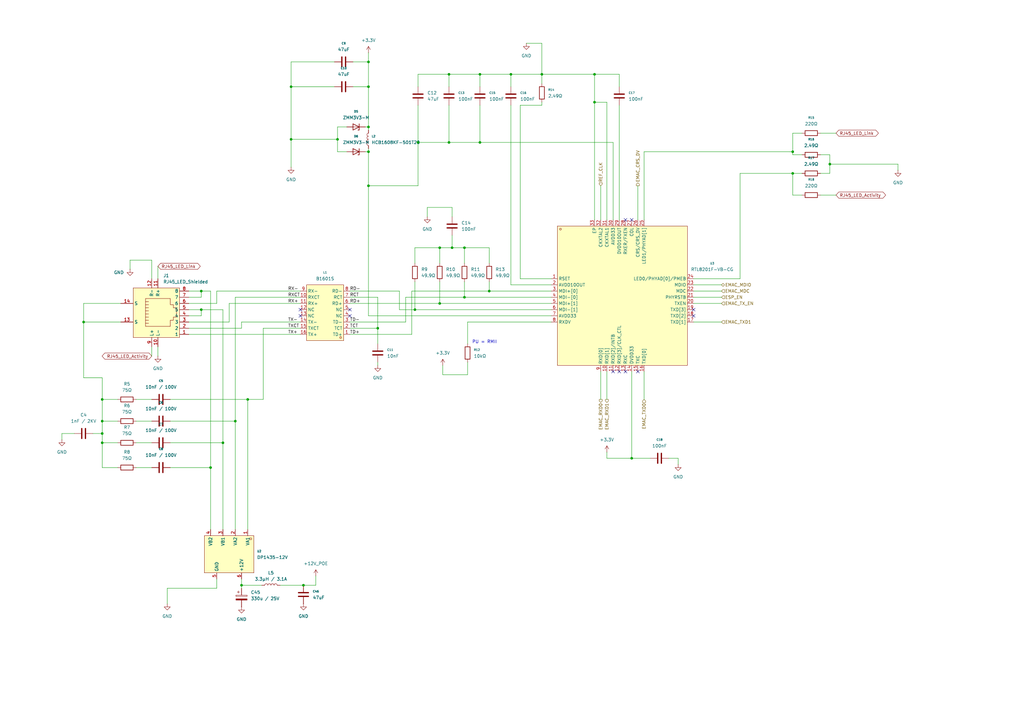
<source format=kicad_sch>
(kicad_sch (version 20231120) (generator "eeschema") (generator_version "8.0")
  (paper "A3")
  (lib_symbols
    (symbol "Device:C" (pin_numbers hide) (pin_names (offset 0.254))
      (property "Reference" "C" (at 0.635 2.54 0))
      (property "Value" "C" (at 0.635 -2.54 0))
      (symbol "C_0_1"
        (polyline (pts (xy -2.032 -0.762) (xy 2.032 -0.762)) (stroke (width 0.508)))
        (polyline (pts (xy -2.032 0.762) (xy 2.032 0.762)) (stroke (width 0.508)))
      )
      (symbol "C_1_1"
        (pin passive line (at 0 3.81 270) (length 2.794) (name "~") (number "1"))
        (pin passive line (at 0 -3.81 90) (length 2.794) (name "~") (number "2"))
      )
    )
    (symbol "Device:C_Polarized" (pin_numbers hide) (pin_names (offset 0.254))
      (property "Reference" "C" (at 0.635 2.54 0))
      (property "Value" "C_Polarized" (at 0.635 -2.54 0))
      (symbol "C_Polarized_0_1"
        (rectangle (start -2.286 0.508) (end 2.286 1.016))
        (polyline (pts (xy -1.778 2.286) (xy -0.762 2.286)))
        (polyline (pts (xy -1.27 2.794) (xy -1.27 1.778)))
        (rectangle (start 2.286 -0.508) (end -2.286 -1.016) (fill (type outline)))
      )
      (symbol "C_Polarized_1_1"
        (pin passive line (at 0 3.81 270) (length 2.794) (name "~") (number "1"))
        (pin passive line (at 0 -3.81 90) (length 2.794) (name "~") (number "2"))
      )
    )
    (symbol "Device:D_Zener" (pin_numbers hide) (pin_names (offset 1.016) hide)
      (property "Reference" "D" (at 0 2.54 0))
      (property "Value" "D_Zener" (at 0 -2.54 0))
      (symbol "D_Zener_0_1"
        (polyline (pts (xy 1.27 0) (xy -1.27 0)))
        (polyline (pts (xy -1.27 -1.27) (xy -1.27 1.27) (xy -0.762 1.27)) (stroke (width 0.254)))
        (polyline (pts (xy 1.27 -1.27) (xy 1.27 1.27) (xy -1.27 0) (xy 1.27 -1.27)) (stroke (width 0.254)))
      )
      (symbol "D_Zener_1_1"
        (pin passive line (at -3.81 0 0) (length 2.54) (name "K") (number "1"))
        (pin passive line (at 3.81 0 180) (length 2.54) (name "A") (number "2"))
      )
    )
    (symbol "Device:L" (pin_numbers hide) (pin_names (offset 1.016) hide)
      (property "Reference" "L" (at -1.27 0 90))
      (property "Value" "L" (at 1.905 0 90))
      (symbol "L_0_1"
        (arc (start 0 -2.54) (mid 0.6323 -1.905) (end 0 -1.27))
        (arc (start 0 -1.27) (mid 0.6323 -0.635) (end 0 0))
        (arc (start 0 0) (mid 0.6323 0.635) (end 0 1.27))
        (arc (start 0 1.27) (mid 0.6323 1.905) (end 0 2.54))
      )
      (symbol "L_1_1"
        (pin passive line (at 0 3.81 270) (length 1.27) (name "1") (number "1"))
        (pin passive line (at 0 -3.81 90) (length 1.27) (name "2") (number "2"))
      )
    )
    (symbol "Device:R" (pin_numbers hide) (pin_names (offset 0))
      (property "Reference" "R" (at 2.032 0 90))
      (property "Value" "R" (at 0 0 90))
      (symbol "R_0_1"
        (rectangle (start -1.016 -2.54) (end 1.016 2.54) (stroke (width 0.254)))
      )
      (symbol "R_1_1"
        (pin passive line (at 0 3.81 270) (length 1.27) (name "~") (number "1"))
        (pin passive line (at 0 -3.81 90) (length 1.27) (name "~") (number "2"))
      )
    )
    (symbol "Library:B1601S_C510548"
      (property "Reference" "L" (at 0 13.97 0))
      (property "Value" "B1601S_C510548" (at 0 -13.97 0))
      (symbol "B1601S_C510548_0_1"
        (rectangle (start -7.62 11.43) (end 7.62 -11.43) (fill (type background)))
        (circle (center -6.35 10.16) (radius 0.38))
        (pin unspecified line (at -10.16 8.89 0) (length 2.54) (name "TD+") (number "1"))
        (pin unspecified line (at 10.16 -6.35 180) (length 2.54) (name "RXCT") (number "10"))
        (pin unspecified line (at 10.16 -3.81 180) (length 2.54) (name "RX+") (number "11"))
        (pin unspecified line (at 10.16 -1.27 180) (length 2.54) (name "NC") (number "12"))
        (pin unspecified line (at 10.16 1.27 180) (length 2.54) (name "NC") (number "13"))
        (pin unspecified line (at 10.16 3.81 180) (length 2.54) (name "TX-") (number "14"))
        (pin unspecified line (at 10.16 6.35 180) (length 2.54) (name "TXCT") (number "15"))
        (pin unspecified line (at 10.16 8.89 180) (length 2.54) (name "TX+") (number "16"))
        (pin unspecified line (at -10.16 6.35 0) (length 2.54) (name "TCT") (number "2"))
        (pin unspecified line (at -10.16 3.81 0) (length 2.54) (name "TD-") (number "3"))
        (pin unspecified line (at -10.16 1.27 0) (length 2.54) (name "NC") (number "4"))
        (pin unspecified line (at -10.16 -1.27 0) (length 2.54) (name "NC") (number "5"))
        (pin unspecified line (at -10.16 -3.81 0) (length 2.54) (name "RD+") (number "6"))
        (pin unspecified line (at -10.16 -6.35 0) (length 2.54) (name "RCT") (number "7"))
        (pin unspecified line (at -10.16 -8.89 0) (length 2.54) (name "RD-") (number "8"))
        (pin unspecified line (at 10.16 -8.89 180) (length 2.54) (name "RX-") (number "9"))
      )
    )
    (symbol "Library:DP1435-12V"
      (property "Reference" "U" (at 0 7.62 0))
      (property "Value" "DP1435-12V" (at 0 -17.78 0))
      (symbol "DP1435-12V_0_1"
        (rectangle (start -7.62 5.08) (end 7.62 -15.24) (fill (type background)))
        (circle (center -6.35 3.81) (radius 0.38))
        (pin unspecified line (at -10.16 2.54 0) (length 2.54) (name "VA1") (number "1"))
        (pin unspecified line (at -10.16 -2.54 0) (length 2.54) (name "VA2") (number "2"))
        (pin unspecified line (at -10.16 -7.62 0) (length 2.54) (name "VB1") (number "3"))
        (pin unspecified line (at -10.16 -12.7 0) (length 2.54) (name "VB2") (number "4"))
        (pin unspecified line (at 10.16 -10.16 180) (length 2.54) (name "GND") (number "5"))
        (pin unspecified line (at 10.16 0 180) (length 2.54) (name "+12V") (number "6"))
      )
    )
    (symbol "Library:R-RJ45R08P-C000"
      (property "Reference" "RJ" (at 0 20.32 0))
      (property "Value" "R-RJ45R08P-C000" (at 0 -17.78 0))
      (symbol "R-RJ45R08P-C000_0_1"
        (rectangle (start -11.43 10.16) (end 8.89 -8.89) (fill (type background)))
        (polyline (pts (xy -5.59 3.81) (xy -5.59 5.08) (xy -5.59 5.08)))
        (polyline (pts (xy -4.32 5.08) (xy -4.32 3.81) (xy -4.32 3.81)))
        (polyline (pts (xy -3.05 5.08) (xy -3.05 3.81) (xy -3.05 3.81)))
        (polyline (pts (xy -1.78 5.08) (xy -1.78 3.81) (xy -1.78 3.81)))
        (polyline (pts (xy -0.51 5.08) (xy -0.51 3.81) (xy -0.51 3.81)))
        (polyline (pts (xy 0.76 5.08) (xy 0.76 3.81) (xy 0.76 3.81)))
        (polyline (pts (xy 2.03 3.81) (xy 2.03 5.08) (xy 2.03 5.08)))
        (polyline (pts (xy 3.3 3.81) (xy 3.3 5.08) (xy 3.3 5.08)))
        (polyline (pts (xy -6.86 5.08) (xy 4.57 5.08) (xy 4.57 -5.08) (xy 2.03 -5.08) (xy 2.03 -6.35) (xy 0.76 -6.35) (xy 0.76 -7.62) (xy -3.05 -7.62) (xy -3.05 -6.35) (xy -4.32 -6.35) (xy -4.32 -5.08) (xy -6.86 -5.08) (xy -6.86 5.08) (xy -6.86 5.08)) (fill (type background)))
        (pin unspecified line (at -10.16 -12.7 90) (length 3.81) (name "1") (number "1"))
        (pin unspecified line (at -15.24 0 0) (length 3.81) (name "L-") (number "10"))
        (pin unspecified line (at 12.7 0 180) (length 3.81) (name "R+") (number "11"))
        (pin unspecified line (at 12.7 2.54 180) (length 3.81) (name "R-") (number "12"))
        (pin unspecified line (at -5.08 15.24 270) (length 5.08) (name "S") (number "13"))
        (pin unspecified line (at 2.54 15.24 270) (length 5.08) (name "S") (number "14"))
        (pin unspecified line (at -7.62 -12.7 90) (length 3.81) (name "2") (number "2"))
        (pin unspecified line (at -5.08 -12.7 90) (length 3.81) (name "3") (number "3"))
        (pin unspecified line (at -2.54 -12.7 90) (length 3.81) (name "4") (number "4"))
        (pin unspecified line (at 0 -12.7 90) (length 3.81) (name "5") (number "5"))
        (pin unspecified line (at 2.54 -12.7 90) (length 3.81) (name "6") (number "6"))
        (pin unspecified line (at 5.08 -12.7 90) (length 3.81) (name "7") (number "7"))
        (pin unspecified line (at 7.62 -12.7 90) (length 3.81) (name "8") (number "8"))
        (pin unspecified line (at -15.24 2.54 0) (length 3.81) (name "L+") (number "9"))
      )
    )
    (symbol "Library:RTL8201F-VB-CG"
      (property "Reference" "U" (at 0 36.83 0))
      (property "Value" "RTL8201F-VB-CG" (at 0 -35.56 0))
      (symbol "RTL8201F-VB-CG_0_1"
        (rectangle (start -26.67 29.21) (end 26.67 -27.94) (fill (type background)))
        (circle (center -25.4 27.94) (radius 0.38))
        (pin unspecified line (at -29.21 7.62 0) (length 2.54) (name "RSET") (number "1"))
        (pin unspecified line (at -6.35 -30.48 90) (length 2.54) (name "RXD[1]") (number "10"))
        (pin unspecified line (at -3.81 -30.48 90) (length 2.54) (name "RXD[2]/INTB") (number "11"))
        (pin unspecified line (at -1.27 -30.48 90) (length 2.54) (name "RXD[3]/CLK_CTL") (number "12"))
        (pin unspecified line (at 1.27 -30.48 90) (length 2.54) (name "RXC") (number "13"))
        (pin unspecified line (at 3.81 -30.48 90) (length 2.54) (name "DVDD33") (number "14"))
        (pin unspecified line (at 6.35 -30.48 90) (length 2.54) (name "TXC") (number "15"))
        (pin unspecified line (at 8.89 -30.48 90) (length 2.54) (name "TXD[0]") (number "16"))
        (pin unspecified line (at 29.21 -10.16 180) (length 2.54) (name "TXD[1]") (number "17"))
        (pin unspecified line (at 29.21 -7.62 180) (length 2.54) (name "TXD[2]") (number "18"))
        (pin unspecified line (at 29.21 -5.08 180) (length 2.54) (name "TXD[3]") (number "19"))
        (pin unspecified line (at -29.21 5.08 0) (length 2.54) (name "AVDD10OUT") (number "2"))
        (pin unspecified line (at 29.21 -2.54 180) (length 2.54) (name "TXEN") (number "20"))
        (pin unspecified line (at 29.21 0 180) (length 2.54) (name "PHYRSTB") (number "21"))
        (pin unspecified line (at 29.21 2.54 180) (length 2.54) (name "MDC") (number "22"))
        (pin unspecified line (at 29.21 5.08 180) (length 2.54) (name "MDIO") (number "23"))
        (pin unspecified line (at 29.21 7.62 180) (length 2.54) (name "LED0/PHYAD[0]/PMEB") (number "24"))
        (pin unspecified line (at 8.89 31.75 270) (length 2.54) (name "LED1/PHYAD[1]") (number "25"))
        (pin unspecified line (at 6.35 31.75 270) (length 2.54) (name "CRS/CRS_DV") (number "26"))
        (pin unspecified line (at 3.81 31.75 270) (length 2.54) (name "COL") (number "27"))
        (pin unspecified line (at 1.27 31.75 270) (length 2.54) (name "RXER/FXEN") (number "28"))
        (pin unspecified line (at -1.27 31.75 270) (length 2.54) (name "DVDD10OUT") (number "29"))
        (pin unspecified line (at -29.21 2.54 0) (length 2.54) (name "MDI+[0]") (number "3"))
        (pin unspecified line (at -3.81 31.75 270) (length 2.54) (name "AVDD33") (number "30"))
        (pin unspecified line (at -6.35 31.75 270) (length 2.54) (name "CKXTAL1") (number "31"))
        (pin unspecified line (at -8.89 31.75 270) (length 2.54) (name "CKXTAL2") (number "32"))
        (pin unspecified line (at -11.43 31.75 270) (length 2.54) (name "EP") (number "33"))
        (pin unspecified line (at -29.21 0 0) (length 2.54) (name "MDI-[0]") (number "4"))
        (pin unspecified line (at -29.21 -2.54 0) (length 2.54) (name "MDI+[1]") (number "5"))
        (pin unspecified line (at -29.21 -5.08 0) (length 2.54) (name "MDI-[1]") (number "6"))
        (pin unspecified line (at -29.21 -7.62 0) (length 2.54) (name "AVDD33") (number "7"))
        (pin unspecified line (at -29.21 -10.16 0) (length 2.54) (name "RXDV") (number "8"))
        (pin unspecified line (at -8.89 -30.48 90) (length 2.54) (name "RXD[0]") (number "9"))
      )
    )
    (symbol "power:+12V" (power) (pin_numbers hide) (pin_names (offset 0) hide)
      (property "Value" "+12V" (at 0 3.556 0))
      (symbol "+12V_0_1"
        (polyline (pts (xy -0.762 1.27) (xy 0 2.54)))
        (polyline (pts (xy 0 0) (xy 0 2.54)))
        (polyline (pts (xy 0 2.54) (xy 0.762 1.27)))
      )
      (symbol "+12V_1_1"
        (pin power_in line (at 0 0 90) (length 0) (name "~") (number "1"))
      )
    )
    (symbol "power:+3.3V" (power) (pin_numbers hide) (pin_names (offset 0) hide)
      (property "Value" "+3.3V" (at 0 3.556 0))
      (symbol "+3.3V_0_1"
        (polyline (pts (xy -0.762 1.27) (xy 0 2.54)))
        (polyline (pts (xy 0 0) (xy 0 2.54)))
        (polyline (pts (xy 0 2.54) (xy 0.762 1.27)))
      )
      (symbol "+3.3V_1_1"
        (pin power_in line (at 0 0 90) (length 0) (name "~") (number "1"))
      )
    )
    (symbol "power:GND" (power) (pin_numbers hide) (pin_names (offset 0) hide)
      (property "Value" "GND" (at 0 -3.81 0))
      (symbol "GND_0_1"
        (polyline (pts (xy 0 0) (xy 0 -1.27) (xy 1.27 -1.27) (xy 0 -2.54) (xy -1.27 -1.27) (xy 0 -1.27)))
      )
      (symbol "GND_1_1"
        (pin power_in line (at 0 0 270) (length 0) (name "~") (number "1"))
      )
    )
  )
  (junction (at 82.55 127))
  (junction (at 154.94 134.62))
  (junction (at 41.91 181.61))
  (junction (at 190.5 121.92))
  (junction (at 184.15 58.42))
  (junction (at 209.55 30.48))
  (junction (at 151.13 76.2))
  (junction (at 119.38 57.15))
  (junction (at 91.44 181.61))
  (junction (at 151.13 62.23))
  (junction (at 222.25 30.48))
  (junction (at 41.91 172.72))
  (junction (at 196.85 30.48))
  (junction (at 325.12 62.23))
  (junction (at 138.43 57.15))
  (junction (at 151.13 35.56))
  (junction (at 119.38 35.56))
  (junction (at 124.46 240.03))
  (junction (at 86.36 191.77))
  (junction (at 184.15 30.48))
  (junction (at 99.06 240.03))
  (junction (at 196.85 58.42))
  (junction (at 185.42 101.6))
  (junction (at 34.29 132.08))
  (junction (at 325.12 71.12))
  (junction (at 243.84 30.48))
  (junction (at 151.13 52.07))
  (junction (at 151.13 25.4))
  (junction (at 170.18 127))
  (junction (at 340.36 67.31))
  (junction (at 101.6 163.83))
  (junction (at 180.34 124.46))
  (junction (at 259.08 187.96))
  (junction (at 41.91 177.8))
  (junction (at 190.5 101.6))
  (junction (at 41.91 163.83))
  (junction (at 200.66 119.38))
  (junction (at 96.52 172.72))
  (junction (at 180.34 101.6))
  (junction (at 243.84 41.91))
  (junction (at 82.55 119.38))
  (junction (at 171.45 58.42))
  (no_connect (at 254 152.4))
  (no_connect (at 284.48 127))
  (no_connect (at 143.51 127))
  (no_connect (at 123.19 129.54))
  (no_connect (at 261.62 152.4))
  (no_connect (at 259.08 90.17))
  (no_connect (at 251.46 152.4))
  (no_connect (at 256.54 152.4))
  (no_connect (at 143.51 129.54))
  (no_connect (at 123.19 127))
  (no_connect (at 284.48 129.54))
  (no_connect (at 256.54 90.17))
  (wire (pts (xy 181.61 153.67) (xy 181.61 149.86)))
  (wire (pts (xy 119.38 35.56) (xy 137.16 35.56)))
  (wire (pts (xy 264.16 62.23) (xy 264.16 90.17)))
  (wire (pts (xy 325.12 71.12) (xy 303.53 71.12)))
  (wire (pts (xy 368.3 67.31) (xy 340.36 67.31)))
  (wire (pts (xy 171.45 43.18) (xy 171.45 58.42)))
  (wire (pts (xy 278.13 187.96) (xy 274.32 187.96)))
  (wire (pts (xy 325.12 62.23) (xy 264.16 62.23)))
  (wire (pts (xy 278.13 190.5) (xy 278.13 187.96)))
  (wire (pts (xy 168.91 137.16) (xy 143.51 137.16)))
  (wire (pts (xy 325.12 71.12) (xy 328.93 71.12)))
  (wire (pts (xy 325.12 80.01) (xy 328.93 80.01)))
  (wire (pts (xy 226.06 124.46) (xy 180.34 124.46)))
  (wire (pts (xy 226.06 121.92) (xy 190.5 121.92)))
  (wire (pts (xy 77.47 127) (xy 82.55 127)))
  (wire (pts (xy 93.98 124.46) (xy 93.98 132.08)))
  (wire (pts (xy 213.36 114.3) (xy 213.36 43.18)))
  (wire (pts (xy 261.62 76.2) (xy 261.62 90.17)))
  (wire (pts (xy 69.85 191.77) (xy 86.36 191.77)))
  (wire (pts (xy 68.58 241.3) (xy 88.9 241.3)))
  (wire (pts (xy 196.85 58.42) (xy 251.46 58.42)))
  (wire (pts (xy 163.83 119.38) (xy 163.83 127)))
  (wire (pts (xy 34.29 154.94) (xy 41.91 154.94)))
  (wire (pts (xy 82.55 127) (xy 82.55 129.54)))
  (wire (pts (xy 222.25 30.48) (xy 222.25 34.29)))
  (wire (pts (xy 184.15 58.42) (xy 171.45 58.42)))
  (wire (pts (xy 25.4 180.34) (xy 25.4 177.8)))
  (wire (pts (xy 55.88 163.83) (xy 62.23 163.83)))
  (wire (pts (xy 264.16 152.4) (xy 264.16 163.83)))
  (wire (pts (xy 88.9 241.3) (xy 88.9 237.49)))
  (wire (pts (xy 325.12 63.5) (xy 328.93 63.5)))
  (wire (pts (xy 154.94 134.62) (xy 154.94 140.97)))
  (wire (pts (xy 99.06 240.03) (xy 99.06 237.49)))
  (wire (pts (xy 151.13 25.4) (xy 151.13 35.56)))
  (wire (pts (xy 62.23 146.05) (xy 62.23 142.24)))
  (wire (pts (xy 62.23 114.3) (xy 62.23 106.68)))
  (wire (pts (xy 168.91 119.38) (xy 168.91 137.16)))
  (wire (pts (xy 254 30.48) (xy 254 35.56)))
  (wire (pts (xy 41.91 172.72) (xy 41.91 177.8)))
  (wire (pts (xy 191.77 132.08) (xy 191.77 140.97)))
  (wire (pts (xy 119.38 25.4) (xy 137.16 25.4)))
  (wire (pts (xy 151.13 35.56) (xy 144.78 35.56)))
  (wire (pts (xy 25.4 177.8) (xy 30.48 177.8)))
  (wire (pts (xy 151.13 60.96) (xy 151.13 62.23)))
  (wire (pts (xy 185.42 85.09) (xy 185.42 88.9)))
  (wire (pts (xy 114.935 240.03) (xy 124.46 240.03)))
  (wire (pts (xy 325.12 62.23) (xy 325.12 63.5)))
  (wire (pts (xy 119.38 68.58) (xy 119.38 57.15)))
  (wire (pts (xy 175.26 85.09) (xy 185.42 85.09)))
  (wire (pts (xy 243.84 41.91) (xy 243.84 90.17)))
  (wire (pts (xy 149.86 62.23) (xy 151.13 62.23)))
  (wire (pts (xy 196.85 43.18) (xy 196.85 58.42)))
  (wire (pts (xy 138.43 62.23) (xy 142.24 62.23)))
  (wire (pts (xy 185.42 96.52) (xy 185.42 101.6)))
  (wire (pts (xy 170.18 107.95) (xy 170.18 101.6)))
  (wire (pts (xy 209.55 30.48) (xy 209.55 35.56)))
  (wire (pts (xy 222.25 17.78) (xy 215.9 17.78)))
  (wire (pts (xy 96.52 121.92) (xy 96.52 172.72)))
  (wire (pts (xy 151.13 52.07) (xy 151.13 53.34)))
  (wire (pts (xy 77.47 124.46) (xy 88.9 124.46)))
  (wire (pts (xy 171.45 76.2) (xy 171.45 58.42)))
  (wire (pts (xy 151.13 21.59) (xy 151.13 25.4)))
  (wire (pts (xy 64.77 109.22) (xy 64.77 114.3)))
  (wire (pts (xy 48.26 163.83) (xy 41.91 163.83)))
  (wire (pts (xy 123.19 134.62) (xy 107.95 134.62)))
  (wire (pts (xy 123.19 121.92) (xy 96.52 121.92)))
  (wire (pts (xy 180.34 101.6) (xy 185.42 101.6)))
  (wire (pts (xy 64.77 146.05) (xy 64.77 142.24)))
  (wire (pts (xy 209.55 30.48) (xy 196.85 30.48)))
  (wire (pts (xy 196.85 58.42) (xy 184.15 58.42)))
  (wire (pts (xy 107.95 163.83) (xy 101.6 163.83)))
  (wire (pts (xy 86.36 191.77) (xy 86.36 217.17)))
  (wire (pts (xy 226.06 119.38) (xy 200.66 119.38)))
  (wire (pts (xy 295.91 124.46) (xy 284.48 124.46)))
  (wire (pts (xy 138.43 57.15) (xy 138.43 62.23)))
  (wire (pts (xy 171.45 30.48) (xy 171.45 35.56)))
  (wire (pts (xy 303.53 114.3) (xy 284.48 114.3)))
  (wire (pts (xy 226.06 127) (xy 170.18 127)))
  (wire (pts (xy 77.47 132.08) (xy 93.98 132.08)))
  (wire (pts (xy 184.15 43.18) (xy 184.15 58.42)))
  (wire (pts (xy 209.55 43.18) (xy 209.55 116.84)))
  (wire (pts (xy 213.36 43.18) (xy 222.25 43.18)))
  (wire (pts (xy 91.44 127) (xy 82.55 127)))
  (wire (pts (xy 88.9 119.38) (xy 88.9 124.46)))
  (wire (pts (xy 248.92 187.96) (xy 248.92 185.42)))
  (wire (pts (xy 246.38 152.4) (xy 246.38 163.83)))
  (wire (pts (xy 154.94 121.92) (xy 154.94 134.62)))
  (wire (pts (xy 91.44 181.61) (xy 91.44 217.17)))
  (wire (pts (xy 180.34 115.57) (xy 180.34 124.46)))
  (wire (pts (xy 77.47 129.54) (xy 82.55 129.54)))
  (wire (pts (xy 69.85 163.83) (xy 101.6 163.83)))
  (wire (pts (xy 154.94 134.62) (xy 143.51 134.62)))
  (wire (pts (xy 196.85 30.48) (xy 184.15 30.48)))
  (wire (pts (xy 243.84 30.48) (xy 243.84 41.91)))
  (wire (pts (xy 69.85 181.61) (xy 91.44 181.61)))
  (wire (pts (xy 138.43 57.15) (xy 138.43 52.07)))
  (wire (pts (xy 151.13 25.4) (xy 144.78 25.4)))
  (wire (pts (xy 168.91 119.38) (xy 200.66 119.38)))
  (wire (pts (xy 41.91 163.83) (xy 41.91 172.72)))
  (wire (pts (xy 190.5 101.6) (xy 200.66 101.6)))
  (wire (pts (xy 96.52 172.72) (xy 96.52 217.17)))
  (wire (pts (xy 340.36 67.31) (xy 340.36 71.12)))
  (wire (pts (xy 41.91 181.61) (xy 41.91 191.77)))
  (wire (pts (xy 222.25 30.48) (xy 243.84 30.48)))
  (wire (pts (xy 77.47 137.16) (xy 123.19 137.16)))
  (wire (pts (xy 166.37 121.92) (xy 166.37 132.08)))
  (wire (pts (xy 91.44 127) (xy 91.44 181.61)))
  (wire (pts (xy 41.91 177.8) (xy 41.91 181.61)))
  (wire (pts (xy 226.06 129.54) (xy 151.13 129.54)))
  (wire (pts (xy 151.13 62.23) (xy 151.13 76.2)))
  (wire (pts (xy 41.91 177.8) (xy 38.1 177.8)))
  (wire (pts (xy 200.66 115.57) (xy 200.66 119.38)))
  (wire (pts (xy 34.29 124.46) (xy 34.29 132.08)))
  (wire (pts (xy 295.91 132.08) (xy 284.48 132.08)))
  (wire (pts (xy 34.29 124.46) (xy 49.53 124.46)))
  (wire (pts (xy 259.08 187.96) (xy 248.92 187.96)))
  (wire (pts (xy 82.55 119.38) (xy 82.55 121.92)))
  (wire (pts (xy 259.08 152.4) (xy 259.08 187.96)))
  (wire (pts (xy 295.91 121.92) (xy 284.48 121.92)))
  (wire (pts (xy 41.91 191.77) (xy 48.26 191.77)))
  (wire (pts (xy 248.92 152.4) (xy 248.92 163.83)))
  (wire (pts (xy 196.85 30.48) (xy 196.85 35.56)))
  (wire (pts (xy 171.45 76.2) (xy 151.13 76.2)))
  (wire (pts (xy 226.06 114.3) (xy 213.36 114.3)))
  (wire (pts (xy 77.47 134.62) (xy 99.06 134.62)))
  (wire (pts (xy 123.19 132.08) (xy 99.06 132.08)))
  (wire (pts (xy 340.36 63.5) (xy 340.36 67.31)))
  (wire (pts (xy 163.83 119.38) (xy 143.51 119.38)))
  (wire (pts (xy 68.58 247.65) (xy 68.58 241.3)))
  (wire (pts (xy 251.46 58.42) (xy 251.46 90.17)))
  (wire (pts (xy 99.06 241.3) (xy 99.06 240.03)))
  (wire (pts (xy 151.13 35.56) (xy 151.13 52.07)))
  (wire (pts (xy 129.54 236.22) (xy 129.54 240.03)))
  (wire (pts (xy 119.38 57.15) (xy 138.43 57.15)))
  (wire (pts (xy 138.43 52.07) (xy 142.24 52.07)))
  (wire (pts (xy 295.91 116.84) (xy 284.48 116.84)))
  (wire (pts (xy 222.25 17.78) (xy 222.25 30.48)))
  (wire (pts (xy 246.38 76.2) (xy 246.38 90.17)))
  (wire (pts (xy 149.86 52.07) (xy 151.13 52.07)))
  (wire (pts (xy 53.34 106.68) (xy 53.34 110.49)))
  (wire (pts (xy 325.12 54.61) (xy 328.93 54.61)))
  (wire (pts (xy 226.06 132.08) (xy 191.77 132.08)))
  (wire (pts (xy 86.36 119.38) (xy 86.36 191.77)))
  (wire (pts (xy 41.91 154.94) (xy 41.91 163.83)))
  (wire (pts (xy 175.26 88.9) (xy 175.26 85.09)))
  (wire (pts (xy 34.29 132.08) (xy 49.53 132.08)))
  (wire (pts (xy 222.25 41.91) (xy 222.25 43.18)))
  (wire (pts (xy 119.38 25.4) (xy 119.38 35.56)))
  (wire (pts (xy 184.15 30.48) (xy 171.45 30.48)))
  (wire (pts (xy 99.06 132.08) (xy 99.06 134.62)))
  (wire (pts (xy 303.53 71.12) (xy 303.53 114.3)))
  (wire (pts (xy 55.88 181.61) (xy 62.23 181.61)))
  (wire (pts (xy 209.55 30.48) (xy 222.25 30.48)))
  (wire (pts (xy 170.18 115.57) (xy 170.18 127)))
  (wire (pts (xy 170.18 101.6) (xy 180.34 101.6)))
  (wire (pts (xy 99.06 240.03) (xy 107.315 240.03)))
  (wire (pts (xy 180.34 124.46) (xy 143.51 124.46)))
  (wire (pts (xy 151.13 76.2) (xy 151.13 129.54)))
  (wire (pts (xy 295.91 119.38) (xy 284.48 119.38)))
  (wire (pts (xy 184.15 30.48) (xy 184.15 35.56)))
  (wire (pts (xy 368.3 67.31) (xy 368.3 69.85)))
  (wire (pts (xy 190.5 121.92) (xy 166.37 121.92)))
  (wire (pts (xy 248.92 41.91) (xy 243.84 41.91)))
  (wire (pts (xy 336.55 80.01) (xy 342.9 80.01)))
  (wire (pts (xy 181.61 153.67) (xy 191.77 153.67)))
  (wire (pts (xy 190.5 115.57) (xy 190.5 121.92)))
  (wire (pts (xy 129.54 240.03) (xy 124.46 240.03)))
  (wire (pts (xy 48.26 172.72) (xy 41.91 172.72)))
  (wire (pts (xy 119.38 57.15) (xy 119.38 35.56)))
  (wire (pts (xy 180.34 101.6) (xy 180.34 107.95)))
  (wire (pts (xy 101.6 163.83) (xy 101.6 217.17)))
  (wire (pts (xy 185.42 101.6) (xy 190.5 101.6)))
  (wire (pts (xy 166.37 132.08) (xy 143.51 132.08)))
  (wire (pts (xy 325.12 54.61) (xy 325.12 62.23)))
  (wire (pts (xy 55.88 191.77) (xy 62.23 191.77)))
  (wire (pts (xy 200.66 101.6) (xy 200.66 107.95)))
  (wire (pts (xy 226.06 116.84) (xy 209.55 116.84)))
  (wire (pts (xy 259.08 187.96) (xy 266.7 187.96)))
  (wire (pts (xy 69.85 172.72) (xy 96.52 172.72)))
  (wire (pts (xy 336.55 63.5) (xy 340.36 63.5)))
  (wire (pts (xy 170.18 127) (xy 163.83 127)))
  (wire (pts (xy 154.94 121.92) (xy 143.51 121.92)))
  (wire (pts (xy 123.19 124.46) (xy 93.98 124.46)))
  (wire (pts (xy 154.94 149.86) (xy 154.94 148.59)))
  (wire (pts (xy 62.23 106.68) (xy 53.34 106.68)))
  (wire (pts (xy 336.55 71.12) (xy 340.36 71.12)))
  (wire (pts (xy 248.92 41.91) (xy 248.92 90.17)))
  (wire (pts (xy 77.47 121.92) (xy 82.55 121.92)))
  (wire (pts (xy 254 43.18) (xy 254 90.17)))
  (wire (pts (xy 107.95 134.62) (xy 107.95 163.83)))
  (wire (pts (xy 55.88 172.72) (xy 62.23 172.72)))
  (wire (pts (xy 86.36 119.38) (xy 82.55 119.38)))
  (wire (pts (xy 254 30.48) (xy 243.84 30.48)))
  (wire (pts (xy 48.26 181.61) (xy 41.91 181.61)))
  (wire (pts (xy 336.55 54.61) (xy 342.9 54.61)))
  (wire (pts (xy 190.5 101.6) (xy 190.5 107.95)))
  (wire (pts (xy 325.12 71.12) (xy 325.12 80.01)))
  (wire (pts (xy 34.29 132.08) (xy 34.29 154.94)))
  (wire (pts (xy 77.47 119.38) (xy 82.55 119.38)))
  (wire (pts (xy 191.77 153.67) (xy 191.77 148.59)))
  (wire (pts (xy 88.9 119.38) (xy 123.19 119.38)))
  (text "PU = RMII" (at 198.755 140.335 0) (effects (font (size 1.27 1.27))))
  (label "RCT" (at 143.51 121.92 0))
  (label "RD+" (at 143.51 124.46 0))
  (label "TD+" (at 143.51 137.16 0))
  (label "TD-" (at 143.51 132.08 0))
  (label "TX-" (at 118.11 132.08 0))
  (label "RXCT" (at 118.11 121.92 0))
  (label "TXCT" (at 118.11 134.62 0))
  (label "TX+" (at 118.11 137.16 0))
  (label "RX-" (at 118.11 119.38 0))
  (label "RD-" (at 143.51 119.38 0))
  (label "RX+" (at 118.11 124.46 0))
  (label "TCT" (at 143.51 134.62 0))
  (global_label "RJ45_LED_Link" (shape bidirectional) (at 342.9 54.61 0) (property "Intersheetrefs" "${INTERSHEET_REFS}" (effects (hide yes))))
  (global_label "RJ45_LED_Link" (shape bidirectional) (at 64.77 109.22 0) (property "Intersheetrefs" "${INTERSHEET_REFS}" (effects (hide yes))))
  (global_label "RJ45_LED_Activity" (shape bidirectional) (at 62.23 146.05 180) (property "Intersheetrefs" "${INTERSHEET_REFS}" (effects (hide yes))))
  (global_label "RJ45_LED_Activity" (shape bidirectional) (at 342.9 80.01 0) (property "Intersheetrefs" "${INTERSHEET_REFS}" (effects (hide yes))))
  (hierarchical_label "REF_CLK" (shape input) (at 246.38 76.2 90))
  (hierarchical_label "ESP_EN" (shape input) (at 295.91 121.92 0))
  (hierarchical_label "EMAC_MDIO" (shape bidirectional) (at 295.91 116.84 0))
  (hierarchical_label "EMAC_CRS_DV" (shape output) (at 261.62 76.2 90))
  (hierarchical_label "EMAC_TX_EN" (shape input) (at 295.91 124.46 0))
  (hierarchical_label "EMAC_RXD0" (shape output) (at 246.38 163.83 270))
  (hierarchical_label "EMAC_MDC" (shape input) (at 295.91 119.38 0))
  (hierarchical_label "EMAC_TXD0" (shape input) (at 264.16 163.83 270))
  (hierarchical_label "EMAC_RXD1" (shape output) (at 248.92 163.83 270))
  (hierarchical_label "EMAC_TXD1" (shape input) (at 295.91 132.08 0))
  (symbol (lib_id "Device:L") (at 151.13 57.15 180) (unit 1)
    (property "Reference" "L2" (at 152.4 55.8799 0) (effects (font (size 0.8382 0.8382)) (justify right)))
    (property "Value" "HCB1608KF-501T20" (at 152.4 58.4199 0) (effects (justify right)))
    (property "Footprint" "Inductor_SMD:L_0603_1608Metric" (effects (hide yes)))
    (property "Description" "Inductor" (effects (hide yes)))
    (property "LCSC" "C356977" (effects (hide yes)))
  )
  (symbol (lib_id "Device:C") (at 34.29 177.8 90) (unit 1)
    (property "Reference" "C4" (at 34.29 170.18 90))
    (property "Value" "1nF / 2KV" (at 34.29 172.72 90))
    (property "Footprint" "Capacitor_SMD:C_1206_3216Metric" (effects (hide yes)))
    (property "Description" "Unpolarized capacitor" (effects (hide yes)))
  )
  (symbol (lib_id "Device:R") (at 52.07 172.72 270) (unit 1)
    (property "Reference" "R6" (at 52.07 166.37 90))
    (property "Value" "75Ω" (at 52.07 168.91 90))
    (property "Footprint" "Resistor_SMD:R_0603_1608Metric" (effects (hide yes)))
    (property "Description" "Resistor" (effects (hide yes)))
    (property "LCSC" "C4275" (effects (hide yes)))
  )
  (symbol (lib_id "Device:C") (at 66.04 172.72 90) (unit 1)
    (property "Reference" "C6" (at 66.04 165.1 90) (effects (font (size 0.8382 0.8382))))
    (property "Value" "10nF / 100V" (at 66.04 167.64 90))
    (property "Footprint" "Capacitor_SMD:C_0603_1608Metric" (effects (hide yes)))
    (property "Description" "Unpolarized capacitor" (effects (hide yes)))
    (property "LCSC" "C43253" (effects (hide yes)))
  )
  (symbol (lib_id "Device:R") (at 52.07 181.61 270) (unit 1)
    (property "Reference" "R7" (at 52.07 175.26 90))
    (property "Value" "75Ω" (at 52.07 177.8 90))
    (property "Footprint" "Resistor_SMD:R_0603_1608Metric" (effects (hide yes)))
    (property "Description" "Resistor" (effects (hide yes)))
    (property "LCSC" "C4275" (effects (hide yes)))
  )
  (symbol (lib_id "Device:C") (at 254 39.37 0) (unit 1)
    (property "Reference" "C17" (at 257.81 38.0999 0) (effects (font (size 0.8382 0.8382)) (justify left)))
    (property "Value" "100nF" (at 257.81 40.6399 0) (effects (justify left)))
    (property "Footprint" "Capacitor_SMD:C_0603_1608Metric" (effects (hide yes)))
    (property "Description" "Unpolarized capacitor" (effects (hide yes)))
    (property "LCSC" "C14663" (effects (hide yes)))
  )
  (symbol (lib_id "Library:R-RJ45R08P-C000") (at 64.77 127 90) (unit 1)
    (property "Reference" "J1" (at 66.9641 113.03 90) (effects (justify right)))
    (property "Value" "RJ45_LED_Shielded" (at 66.9641 115.57 90) (effects (justify right)))
    (property "Footprint" "Library:RJ45-TH_R-RJ45R08P-C000" (effects (hide yes)))
    (property "Datasheet" "https://lcsc.com/product-detail/Ethernet-Connectors-Modular-Connectors-RJ45-RJ11_Shenzhen-Cankemeng-R-RJ45R08P-C000_C386757.html" (effects (hide yes)))
    (property "Description" "RJ connector, 8P8C (8 positions 8 connected), two LEDs, Shielded" (effects (hide yes)))
    (property "LCSC Part" "C386757" (effects (hide yes)))
  )
  (symbol (lib_id "power:GND") (at 25.4 180.34 0) (unit 1)
    (property "Reference" "#PWR018" (effects (hide yes)))
    (property "Value" "GND" (at 25.4 185.42 0))
    (property "Description" "Power symbol creates a global label with name \"GND\" , ground" (effects (hide yes)))
  )
  (symbol (lib_id "power:GND") (at 53.34 110.49 0) (mirror y) (unit 1)
    (property "Reference" "#PWR089" (effects (hide yes)))
    (property "Value" "GND" (at 50.8 111.7599 0) (effects (justify left)))
    (property "Description" "Power symbol creates a global label with name \"GND\" , ground" (effects (hide yes)))
  )
  (symbol (lib_id "power:+3.3V") (at 151.13 21.59 0) (unit 1)
    (property "Reference" "#PWR023" (effects (hide yes)))
    (property "Value" "+3.3V" (at 151.13 16.51 0))
    (property "Description" "Power symbol creates a global label with name \"+3.3V\"" (effects (hide yes)))
  )
  (symbol (lib_id "Device:C") (at 66.04 191.77 270) (unit 1)
    (property "Reference" "C8" (at 66.04 184.15 90) (effects (font (size 0.8382 0.8382))))
    (property "Value" "10nF / 100V" (at 66.04 186.69 90))
    (property "Footprint" "Capacitor_SMD:C_0603_1608Metric" (effects (hide yes)))
    (property "Description" "Unpolarized capacitor" (effects (hide yes)))
    (property "LCSC" "C43253" (effects (hide yes)))
  )
  (symbol (lib_id "Device:C") (at 209.55 39.37 0) (unit 1)
    (property "Reference" "C16" (at 213.36 38.0999 0) (effects (font (size 0.8382 0.8382)) (justify left)))
    (property "Value" "100nF" (at 213.36 40.6399 0) (effects (justify left)))
    (property "Footprint" "Capacitor_SMD:C_0603_1608Metric" (effects (hide yes)))
    (property "Description" "Unpolarized capacitor" (effects (hide yes)))
    (property "LCSC" "C14663" (effects (hide yes)))
  )
  (symbol (lib_id "Library:B1601S_C510548") (at 133.35 128.27 180) (unit 1)
    (property "Reference" "L1" (at 133.35 111.76 0) (effects (font (size 0.8382 0.8382))))
    (property "Value" "B1601S" (at 133.35 114.3 0))
    (property "Footprint" "Library:SMD-16_L12.7-W7.0-P1.27-LS9.5-BL" (effects (hide yes)))
    (property "Datasheet" "https://lcsc.com/product-detail/RJ45-Transformer_CND-tek-B1601S_C510548.html" (effects (hide yes)))
    (property "LCSC" "C510548" (effects (hide yes)))
    (property "LCSC Part" "C510548" (effects (hide yes)))
  )
  (symbol (lib_id "Library:RTL8201F-VB-CG") (at 255.27 121.92 0) (unit 1)
    (property "Reference" "U3" (at 292.1 107.9814 0) (effects (font (size 0.8382 0.8382))))
    (property "Value" "RTL8201F-VB-CG" (at 292.1 110.5214 0))
    (property "Footprint" "Package_DFN_QFN:TQFN-32-1EP_5x5mm_P0.5mm_EP3.4x3.4mm_ThermalVias" (effects (hide yes)))
    (property "Datasheet" "https://lcsc.com/product-detail/Ethernet-ICs_REALTEK_RTL8201F-VB-CG_RTL8201F-VB-CG_C45044.html" (effects (hide yes)))
    (property "LCSC" "C45044" (effects (hide yes)))
    (property "LCSC Part" "C45044" (effects (hide yes)))
  )
  (symbol (lib_id "power:GND") (at 99.06 248.92 0) (unit 1)
    (property "Reference" "#PWR078" (effects (hide yes)))
    (property "Value" "GND" (at 99.06 254 0))
    (property "Description" "Power symbol creates a global label with name \"GND\" , ground" (effects (hide yes)))
  )
  (symbol (lib_id "Device:C") (at 140.97 35.56 270) (unit 1)
    (property "Reference" "C10" (at 140.97 27.94 90) (effects (font (size 0.8382 0.8382))))
    (property "Value" "47uF" (at 140.97 30.48 90))
    (property "Footprint" "Capacitor_SMD:C_1206_3216Metric" (effects (hide yes)))
    (property "Description" "Unpolarized capacitor" (effects (hide yes)))
    (property "LCSC" "C22367835" (effects (hide yes)))
  )
  (symbol (lib_id "Device:C") (at 171.45 39.37 0) (unit 1)
    (property "Reference" "C12" (at 175.26 38.0999 0) (effects (justify left)))
    (property "Value" "47uF" (at 175.26 40.6399 0) (effects (justify left)))
    (property "Footprint" "Capacitor_SMD:C_1206_3216Metric" (effects (hide yes)))
    (property "Description" "Unpolarized capacitor" (effects (hide yes)))
    (property "LCSC" "C22367835" (effects (hide yes)))
  )
  (symbol (lib_id "Device:R") (at 332.74 80.01 90) (unit 1)
    (property "Reference" "R18" (at 332.74 73.66 90) (effects (font (size 0.8382 0.8382))))
    (property "Value" "220Ω" (at 332.74 76.2 90))
    (property "Footprint" "Resistor_SMD:R_0603_1608Metric" (effects (hide yes)))
    (property "Description" "Resistor" (effects (hide yes)))
    (property "LCSC" "C22962" (effects (hide yes)))
  )
  (symbol (lib_id "power:GND") (at 215.9 17.78 0) (unit 1)
    (property "Reference" "#PWR027" (effects (hide yes)))
    (property "Value" "GND" (at 215.9 22.86 0))
    (property "Description" "Power symbol creates a global label with name \"GND\" , ground" (effects (hide yes)))
  )
  (symbol (lib_id "Device:C") (at 270.51 187.96 90) (unit 1)
    (property "Reference" "C18" (at 270.51 180.34 90) (effects (font (size 0.8382 0.8382))))
    (property "Value" "100nF" (at 270.51 182.88 90))
    (property "Footprint" "Capacitor_SMD:C_0603_1608Metric" (effects (hide yes)))
    (property "Description" "Unpolarized capacitor" (effects (hide yes)))
    (property "LCSC" "C14663" (effects (hide yes)))
  )
  (symbol (lib_id "Device:C") (at 66.04 181.61 90) (unit 1)
    (property "Reference" "C7" (at 66.04 173.99 90) (effects (font (size 0.8382 0.8382))))
    (property "Value" "10nF / 100V" (at 66.04 176.53 90))
    (property "Footprint" "Capacitor_SMD:C_0603_1608Metric" (effects (hide yes)))
    (property "Description" "Unpolarized capacitor" (effects (hide yes)))
    (property "LCSC" "C43253" (effects (hide yes)))
  )
  (symbol (lib_id "Device:C") (at 185.42 92.71 0) (unit 1)
    (property "Reference" "C14" (at 189.23 91.4399 0) (effects (justify left)))
    (property "Value" "100nF" (at 189.23 93.9799 0) (effects (justify left)))
    (property "Footprint" "Capacitor_SMD:C_0603_1608Metric" (effects (hide yes)))
    (property "Description" "Unpolarized capacitor" (effects (hide yes)))
  )
  (symbol (lib_id "Device:R") (at 191.77 144.78 180) (unit 1)
    (property "Reference" "R12" (at 194.31 143.5099 0) (effects (font (size 0.8382 0.8382)) (justify right)))
    (property "Value" "10kΩ" (at 194.31 146.0499 0) (effects (justify right)))
    (property "Footprint" "Resistor_SMD:R_0603_1608Metric" (effects (hide yes)))
    (property "Description" "Resistor" (effects (hide yes)))
    (property "LCSC" "C25804" (effects (hide yes)))
  )
  (symbol (lib_id "power:GND") (at 124.46 247.65 0) (unit 1)
    (property "Reference" "#PWR080" (effects (hide yes)))
    (property "Value" "GND" (at 124.46 252.73 0))
    (property "Description" "Power symbol creates a global label with name \"GND\" , ground" (effects (hide yes)))
  )
  (symbol (lib_id "Device:C") (at 124.46 243.84 180) (unit 1)
    (property "Reference" "C46" (at 128.27 242.5699 0) (effects (font (size 0.8382 0.8382)) (justify right)))
    (property "Value" "47uF" (at 128.27 245.1099 0) (effects (justify right)))
    (property "Footprint" "Capacitor_SMD:C_1206_3216Metric" (effects (hide yes)))
    (property "Description" "Unpolarized capacitor" (effects (hide yes)))
    (property "LCSC" "C22367835" (effects (hide yes)))
  )
  (symbol (lib_id "Device:R") (at 332.74 63.5 270) (unit 1)
    (property "Reference" "R16" (at 332.74 57.15 90) (effects (font (size 0.8382 0.8382))))
    (property "Value" "2.49Ω" (at 332.74 59.69 90))
    (property "Footprint" "Resistor_SMD:R_0603_1608Metric" (effects (hide yes)))
    (property "Description" "Resistor" (effects (hide yes)))
    (property "LCSC" "C22908" (effects (hide yes)))
  )
  (symbol (lib_id "Device:R") (at 332.74 71.12 90) (unit 1)
    (property "Reference" "R17" (at 332.74 64.77 90) (effects (font (size 0.8382 0.8382))))
    (property "Value" "2.49Ω" (at 332.74 67.31 90))
    (property "Footprint" "Resistor_SMD:R_0603_1608Metric" (effects (hide yes)))
    (property "Description" "Resistor" (effects (hide yes)))
    (property "LCSC" "C22908" (effects (hide yes)))
  )
  (symbol (lib_id "Device:R") (at 332.74 54.61 90) (unit 1)
    (property "Reference" "R15" (at 332.74 48.26 90) (effects (font (size 0.8382 0.8382))))
    (property "Value" "220Ω" (at 332.74 50.8 90))
    (property "Footprint" "Resistor_SMD:R_0603_1608Metric" (effects (hide yes)))
    (property "Description" "Resistor" (effects (hide yes)))
    (property "LCSC" "C22962" (effects (hide yes)))
  )
  (symbol (lib_id "Device:C") (at 154.94 144.78 180) (unit 1)
    (property "Reference" "C11" (at 158.75 143.5099 0) (effects (font (size 0.8382 0.8382)) (justify right)))
    (property "Value" "10nF" (at 158.75 146.0499 0) (effects (justify right)))
    (property "Footprint" "Capacitor_SMD:C_0603_1608Metric" (effects (hide yes)))
    (property "Description" "Unpolarized capacitor" (effects (hide yes)))
    (property "LCSC" "C43253" (effects (hide yes)))
  )
  (symbol (lib_id "power:GND") (at 154.94 149.86 0) (unit 1)
    (property "Reference" "#PWR024" (effects (hide yes)))
    (property "Value" "GND" (at 154.94 154.94 0))
    (property "Description" "Power symbol creates a global label with name \"GND\" , ground" (effects (hide yes)))
  )
  (symbol (lib_id "power:GND") (at 278.13 190.5 0) (unit 1)
    (property "Reference" "#PWR029" (effects (hide yes)))
    (property "Value" "GND" (at 278.13 195.58 0))
    (property "Description" "Power symbol creates a global label with name \"GND\" , ground" (effects (hide yes)))
  )
  (symbol (lib_id "Device:D_Zener") (at 146.05 52.07 180) (unit 1)
    (property "Reference" "D5" (at 146.05 45.72 0) (effects (font (size 0.8382 0.8382))))
    (property "Value" "ZMM3V3-M" (at 146.05 48.26 0))
    (property "Footprint" "Diode_SMD:D_MiniMELF" (effects (hide yes)))
    (property "Description" "Zener diode" (effects (hide yes)))
    (property "LCSC" "C2891740" (effects (hide yes)))
  )
  (symbol (lib_id "Library:DP1435-12V") (at 99.06 227.33 270) (unit 1)
    (property "Reference" "U2" (at 105.41 226.0599 90) (effects (font (size 0.8382 0.8382)) (justify left)))
    (property "Value" "DP1435-12V" (at 105.41 228.5999 90) (effects (justify left)))
    (property "Footprint" "Library:PWRM-TH_DP1435-XX" (effects (hide yes)))
    (property "Add into BOM" "no" (effects (hide yes)))
    (property "LCSC Part" "C5380098" (effects (hide yes)))
  )
  (symbol (lib_id "Device:C") (at 140.97 25.4 270) (unit 1)
    (property "Reference" "C9" (at 140.97 17.78 90) (effects (font (size 0.8382 0.8382))))
    (property "Value" "47uF" (at 140.97 20.32 90))
    (property "Footprint" "Capacitor_SMD:C_1206_3216Metric" (effects (hide yes)))
    (property "Description" "Unpolarized capacitor" (effects (hide yes)))
    (property "LCSC" "C22367835" (effects (hide yes)))
  )
  (symbol (lib_id "Device:R") (at 170.18 111.76 0) (unit 1)
    (property "Reference" "R9" (at 172.72 110.4899 0) (effects (justify left)))
    (property "Value" "49.9Ω" (at 172.72 113.0299 0) (effects (justify left)))
    (property "Footprint" "Resistor_SMD:R_0402_1005Metric" (effects (hide yes)))
    (property "Description" "Resistor" (effects (hide yes)))
  )
  (symbol (lib_id "power:+12V") (at 129.54 236.22 0) (unit 1)
    (property "Reference" "#PWR022" (effects (hide yes)))
    (property "Value" "+12V_POE" (at 129.54 231.14 0))
    (property "Description" "Power symbol creates a global label with name \"+12V\"" (effects (hide yes)))
  )
  (symbol (lib_id "Device:R") (at 52.07 191.77 270) (unit 1)
    (property "Reference" "R8" (at 52.07 185.42 90))
    (property "Value" "75Ω" (at 52.07 187.96 90))
    (property "Footprint" "Resistor_SMD:R_0603_1608Metric" (effects (hide yes)))
    (property "Description" "Resistor" (effects (hide yes)))
    (property "LCSC" "C4275" (effects (hide yes)))
  )
  (symbol (lib_id "power:+3.3V") (at 181.61 149.86 0) (unit 1)
    (property "Reference" "#PWR026" (effects (hide yes)))
    (property "Value" "+3.3V" (at 181.61 144.78 0))
    (property "Description" "Power symbol creates a global label with name \"+3.3V\"" (effects (hide yes)))
  )
  (symbol (lib_id "Device:C") (at 196.85 39.37 0) (unit 1)
    (property "Reference" "C15" (at 200.66 38.0999 0) (effects (font (size 0.8382 0.8382)) (justify left)))
    (property "Value" "100nF" (at 200.66 40.6399 0) (effects (justify left)))
    (property "Footprint" "Capacitor_SMD:C_0603_1608Metric" (effects (hide yes)))
    (property "Description" "Unpolarized capacitor" (effects (hide yes)))
    (property "LCSC" "C14663" (effects (hide yes)))
  )
  (symbol (lib_id "power:GND") (at 119.38 68.58 0) (unit 1)
    (property "Reference" "#PWR021" (effects (hide yes)))
    (property "Value" "GND" (at 119.38 73.66 0))
    (property "Description" "Power symbol creates a global label with name \"GND\" , ground" (effects (hide yes)))
  )
  (symbol (lib_id "Device:R") (at 190.5 111.76 0) (unit 1)
    (property "Reference" "R11" (at 193.04 110.4899 0) (effects (justify left)))
    (property "Value" "49.9Ω" (at 193.04 113.0299 0) (effects (justify left)))
    (property "Footprint" "Resistor_SMD:R_0402_1005Metric" (effects (hide yes)))
    (property "Description" "Resistor" (effects (hide yes)))
  )
  (symbol (lib_id "Device:C") (at 66.04 163.83 90) (unit 1)
    (property "Reference" "C5" (at 66.04 156.21 90) (effects (font (size 0.8382 0.8382))))
    (property "Value" "10nF / 100V" (at 66.04 158.75 90))
    (property "Footprint" "Capacitor_SMD:C_0603_1608Metric" (effects (hide yes)))
    (property "Description" "Unpolarized capacitor" (effects (hide yes)))
    (property "LCSC" "C43253" (effects (hide yes)))
  )
  (symbol (lib_id "Device:D_Zener") (at 146.05 62.23 180) (unit 1)
    (property "Reference" "D6" (at 146.05 55.88 0) (effects (font (size 0.8382 0.8382))))
    (property "Value" "ZMM3V3-M" (at 146.05 58.42 0))
    (property "Footprint" "Diode_SMD:D_MiniMELF" (effects (hide yes)))
    (property "Description" "Zener diode" (effects (hide yes)))
    (property "LCSC" "C2891740" (effects (hide yes)))
  )
  (symbol (lib_id "power:GND") (at 368.3 69.85 0) (unit 1)
    (property "Reference" "#PWR030" (effects (hide yes)))
    (property "Value" "GND" (at 368.3 74.93 0))
    (property "Description" "Power symbol creates a global label with name \"GND\" , ground" (effects (hide yes)))
  )
  (symbol (lib_id "Device:R") (at 222.25 38.1 180) (unit 1)
    (property "Reference" "R14" (at 224.79 36.8299 0) (effects (font (size 0.8382 0.8382)) (justify right)))
    (property "Value" "2.49Ω" (at 224.79 39.3699 0) (effects (justify right)))
    (property "Footprint" "Resistor_SMD:R_0603_1608Metric" (effects (hide yes)))
    (property "Description" "Resistor" (effects (hide yes)))
    (property "LCSC" "C22908" (effects (hide yes)))
  )
  (symbol (lib_id "Device:R") (at 180.34 111.76 0) (unit 1)
    (property "Reference" "R10" (at 182.88 110.4899 0) (effects (justify left)))
    (property "Value" "49.9Ω" (at 182.88 113.0299 0) (effects (justify left)))
    (property "Footprint" "Resistor_SMD:R_0402_1005Metric" (effects (hide yes)))
    (property "Description" "Resistor" (effects (hide yes)))
  )
  (symbol (lib_id "Device:L") (at 111.125 240.03 90) (unit 1)
    (property "Reference" "L5" (at 111.125 234.95 90))
    (property "Value" "3.3µH / 3.1A" (at 111.125 237.49 90))
    (property "Footprint" "Inductor_SMD:L_Changjiang_FNR5030S" (effects (hide yes)))
    (property "Description" "Inductor" (effects (hide yes)))
    (property "LCSC" "C2847470" (effects (hide yes)))
  )
  (symbol (lib_id "Device:R") (at 52.07 163.83 270) (unit 1)
    (property "Reference" "R5" (at 52.07 157.48 90))
    (property "Value" "75Ω" (at 52.07 160.02 90))
    (property "Footprint" "Resistor_SMD:R_0603_1608Metric" (effects (hide yes)))
    (property "Description" "Resistor" (effects (hide yes)))
    (property "LCSC" "C4275" (effects (hide yes)))
  )
  (symbol (lib_id "Device:C") (at 184.15 39.37 0) (unit 1)
    (property "Reference" "C13" (at 187.96 38.0999 0) (effects (font (size 0.8382 0.8382)) (justify left)))
    (property "Value" "100nF" (at 187.96 40.6399 0) (effects (justify left)))
    (property "Footprint" "Capacitor_SMD:C_0603_1608Metric" (effects (hide yes)))
    (property "Description" "Unpolarized capacitor" (effects (hide yes)))
    (property "LCSC" "C14663" (effects (hide yes)))
  )
  (symbol (lib_id "power:GND") (at 64.77 146.05 0) (mirror y) (unit 1)
    (property "Reference" "#PWR019" (effects (hide yes)))
    (property "Value" "GND" (at 64.77 151.13 0))
    (property "Description" "Power symbol creates a global label with name \"GND\" , ground" (effects (hide yes)))
  )
  (symbol (lib_id "Device:C_Polarized") (at 99.06 245.11 0) (unit 1)
    (property "Reference" "C45" (at 102.87 242.9509 0) (effects (justify left)))
    (property "Value" "330u / 25V" (at 102.87 245.4909 0) (effects (justify left)))
    (property "Footprint" "Capacitor_SMD:CP_Elec_8x10.5" (effects (hide yes)))
    (property "Description" "Polarized capacitor" (effects (hide yes)))
    (property "LCSC" "C335985" (effects (hide yes)))
  )
  (symbol (lib_id "power:+3.3V") (at 248.92 185.42 0) (unit 1)
    (property "Reference" "#PWR028" (effects (hide yes)))
    (property "Value" "+3.3V" (at 248.92 180.34 0))
    (property "Description" "Power symbol creates a global label with name \"+3.3V\"" (effects (hide yes)))
  )
  (symbol (lib_id "power:GND") (at 68.58 247.65 0) (unit 1)
    (property "Reference" "#PWR020" (effects (hide yes)))
    (property "Value" "GND" (at 68.58 252.73 0))
    (property "Description" "Power symbol creates a global label with name \"GND\" , ground" (effects (hide yes)))
  )
  (symbol (lib_id "Device:R") (at 200.66 111.76 0) (unit 1)
    (property "Reference" "R13" (at 203.2 110.4899 0) (effects (justify left)))
    (property "Value" "49.9Ω" (at 203.2 113.0299 0) (effects (justify left)))
    (property "Footprint" "Resistor_SMD:R_0402_1005Metric" (effects (hide yes)))
    (property "Description" "Resistor" (effects (hide yes)))
  )
  (symbol (lib_id "power:GND") (at 175.26 88.9 0) (unit 1)
    (property "Reference" "#PWR025" (effects (hide yes)))
    (property "Value" "GND" (at 175.26 93.98 0))
    (property "Description" "Power symbol creates a global label with name \"GND\" , ground" (effects (hide yes)))
  )
)
</source>
